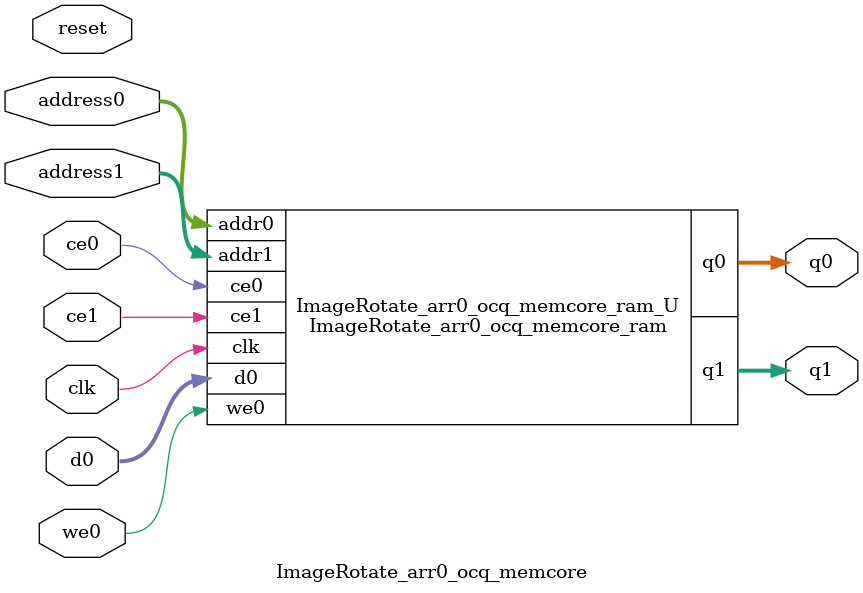
<source format=v>

`timescale 1 ns / 1 ps
module ImageRotate_arr0_ocq_memcore_ram (addr0, ce0, d0, we0, q0, addr1, ce1, q1,  clk);

parameter DWIDTH = 8;
parameter AWIDTH = 16;
parameter MEM_SIZE = 65536;

input[AWIDTH-1:0] addr0;
input ce0;
input[DWIDTH-1:0] d0;
input we0;
output reg[DWIDTH-1:0] q0;
input[AWIDTH-1:0] addr1;
input ce1;
output reg[DWIDTH-1:0] q1;
input clk;

(* ram_style = "block" *)reg [DWIDTH-1:0] ram[0:MEM_SIZE-1];




always @(posedge clk)  
begin 
    if (ce0) 
    begin
        if (we0) 
        begin 
            ram[addr0] <= d0; 
            q0 <= d0;
        end 
        else 
            q0 <= ram[addr0];
    end
end


always @(posedge clk)  
begin 
    if (ce1) 
    begin
            q1 <= ram[addr1];
    end
end


endmodule


`timescale 1 ns / 1 ps
module ImageRotate_arr0_ocq_memcore(
    reset,
    clk,
    address0,
    ce0,
    we0,
    d0,
    q0,
    address1,
    ce1,
    q1);

parameter DataWidth = 32'd8;
parameter AddressRange = 32'd65536;
parameter AddressWidth = 32'd16;
input reset;
input clk;
input[AddressWidth - 1:0] address0;
input ce0;
input we0;
input[DataWidth - 1:0] d0;
output[DataWidth - 1:0] q0;
input[AddressWidth - 1:0] address1;
input ce1;
output[DataWidth - 1:0] q1;



ImageRotate_arr0_ocq_memcore_ram ImageRotate_arr0_ocq_memcore_ram_U(
    .clk( clk ),
    .addr0( address0 ),
    .ce0( ce0 ),
    .we0( we0 ),
    .d0( d0 ),
    .q0( q0 ),
    .addr1( address1 ),
    .ce1( ce1 ),
    .q1( q1 ));

endmodule


</source>
